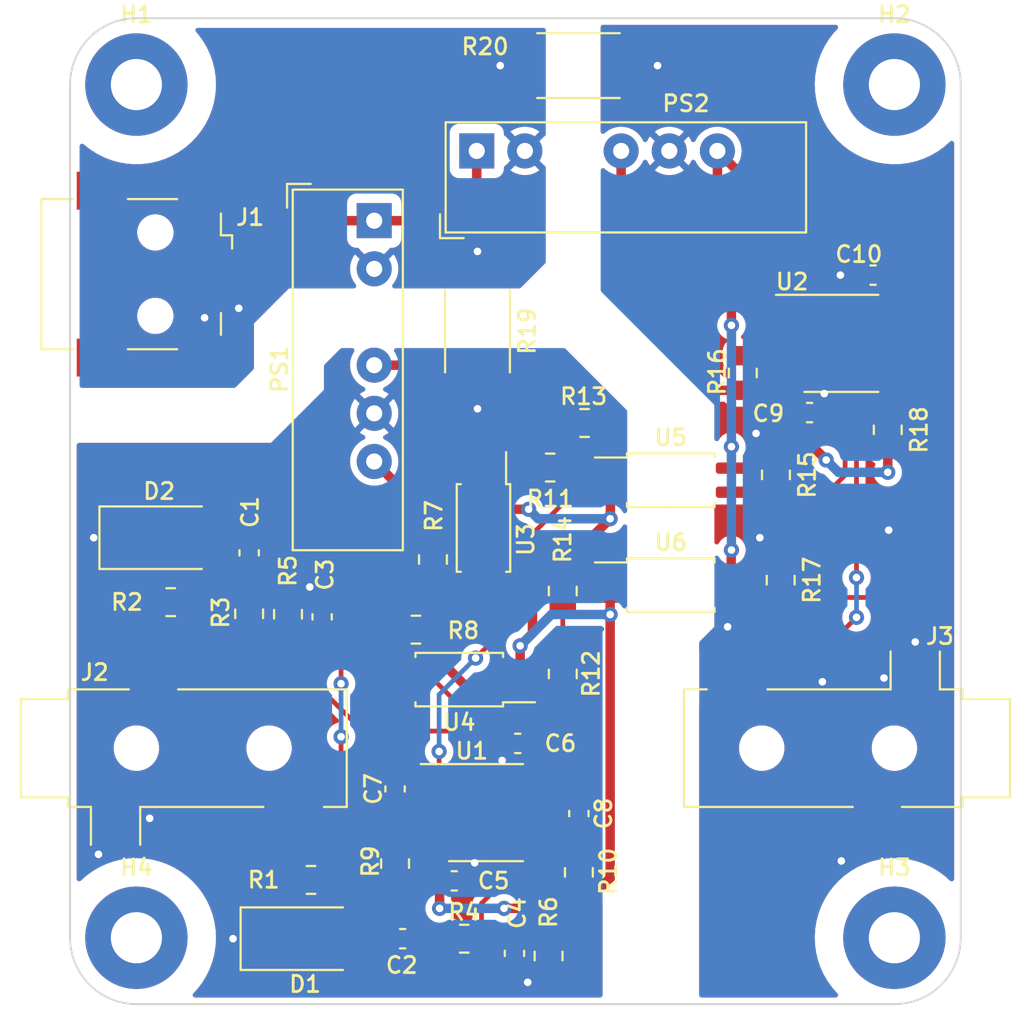
<source format=kicad_pcb>
(kicad_pcb (version 20211014) (generator pcbnew)
  (layers (0 "F.Cu" signal) (31 "B.Cu" signal) (34 "B.Paste" user) (35 "F.Paste" user) (36 "B.SilkS" user "B.Silkscreen") (37 "F.SilkS" user "F.Silkscreen") (38 "B.Mask" user) (39 "F.Mask" user) (44 "Edge.Cuts" user))
  (net 0 "")
  (net 1 "Net-(C1-Pad1)")
  (net 2 "Net-(C1-Pad2)")
  (net 3 "Net-(C2-Pad1)")
  (net 4 "Net-(C2-Pad2)")
  (net 5 "Net-(U1-Pad5)")
  (net 6 "GND")
  (net 7 "Net-(U1-Pad3)")
  (net 8 "-12V")
  (net 9 "+12V")
  (net 10 "Net-(U1-Pad1)")
  (net 11 "Net-(U1-Pad2)")
  (net 12 "Net-(U1-Pad7)")
  (net 13 "Net-(U1-Pad6)")
  (net 14 "-12VA")
  (net 15 "GNDA")
  (net 16 "+12VA")
  (net 17 "GNDD")
  (net 18 "+5V")
  (net 22 "Net-(J2-PadR)")
  (net 23 "Net-(J2-PadT)")
  (net 24 "Net-(U2-Pad6)")
  (net 25 "Net-(U2-Pad1)")
  (net 26 "Net-(R11-Pad2)")
  (net 27 "Net-(R12-Pad2)")
  (net 28 "Net-(R13-Pad2)")
  (net 29 "Net-(R14-Pad2)")
  (net 30 "Net-(U2-Pad3)")
  (net 31 "Net-(U2-Pad5)")
  (footprint "Resistor_SMD:R_0805_2012Metric" (layer "F.Cu") (at 123.65 67.85)
    (fp_text reference "R13" (at -0.05 -1.4) (layer "F.SilkS") (effects (font (size 0.85 0.85))))
    (fp_text value "2.2k")
    (pad "1" smd roundrect locked (at -0.9125 0) (size 1.025 1.4) (layers "F.Cu" "F.Paste" "F.Mask") (roundrect_rratio 0.243902) (net 10 "Net-(U1-Pad1)"))
    (pad "2" smd roundrect locked (at 0.9125 0) (size 1.025 1.4) (layers "F.Cu" "F.Paste" "F.Mask") (roundrect_rratio 0.243902) (net 28 "Net-(R13-Pad2)"))
  )
  (footprint "Package_SO:SOP-4_4.4x2.6mm_P1.27mm" (layer "F.Cu") (at 128.2 76.4)
    (fp_text reference "U6" (at 0 -2.25) (layer "F.SilkS") (effects (font (size 0.85 0.85))))
    (fp_text value "FODM217A")
    (pad "1" smd roundrect locked (at -3.1875 -0.635) (size 1.625 0.6) (layers "F.Cu" "F.Paste" "F.Mask") (net 29 "Net-(R14-Pad2)"))
    (pad "2" smd roundrect locked (at -3.1875 0.635) (size 1.625 0.6) (layers "F.Cu" "F.Paste" "F.Mask") (net 8 "-12V"))
    (pad "3" smd roundrect locked (at 3.1875 0.635) (size 1.625 0.6) (layers "F.Cu" "F.Paste" "F.Mask") (net 31 "Net-(U2-Pad5)"))
    (pad "4" smd roundrect locked (at 3.1875 -0.635) (size 1.625 0.6) (layers "F.Cu" "F.Paste" "F.Mask") (net 16 "+12VA"))
  )
  (footprint "Resistor_SMD:R_2512_6332Metric" (layer "F.Cu") (at 123.33 49)
    (fp_text reference "R20" (at -4.93 -1) (layer "F.SilkS") (effects (font (size 0.85 0.85))))
    (fp_text value "1M")
    (pad "1" smd roundrect locked (at -2.9625 0) (size 1.225 3.35) (layers "F.Cu" "F.Paste" "F.Mask") (roundrect_rratio 0.204082) (net 17 "GNDD"))
    (pad "2" smd roundrect locked (at 2.9625 0) (size 1.225 3.35) (layers "F.Cu" "F.Paste" "F.Mask") (roundrect_rratio 0.204082) (net 15 "GNDA"))
  )
  (footprint "Resistor_SMD:R_0805_2012Metric" (layer "F.Cu") (at 133.75 70.5875 -90)
    (fp_text reference "R15" (at 0 -1.65 90) (layer "F.SilkS") (effects (font (size 0.85 0.85))))
    (fp_text value "100k")
    (pad "1" smd roundrect locked (at -0.9125 0 270) (size 1.025 1.4) (layers "F.Cu" "F.Paste" "F.Mask") (roundrect_rratio 0.243902) (net 16 "+12VA"))
    (pad "2" smd roundrect locked (at 0.9125 0 270) (size 1.025 1.4) (layers "F.Cu" "F.Paste" "F.Mask") (roundrect_rratio 0.243902) (net 30 "Net-(U2-Pad3)"))
  )
  (footprint "Connector_USB:USB_Mini-B_Wuerth_65100516121_Horizontal" (layer "F.Cu") (at 101 60 -90)
    (fp_text reference "J1" (at -3 -5 180) (layer "F.SilkS") (effects (font (size 0.85 0.85))))
    (fp_text value "USB_B_Mini")
    (pad "" np_thru_hole circle locked (at 2.2 0 270) (size 0.9 0.9) (drill 0.9) (layers *.Cu *.Mask))
    (pad "" np_thru_hole circle locked (at -2.2 0 270) (size 0.9 0.9) (drill 0.9) (layers *.Cu *.Mask))
    (pad "1" smd rect locked (at -1.6 -2.6 270) (size 0.5 2.5) (layers "F.Cu" "F.Paste" "F.Mask") (net 18 "+5V"))
    (pad "2" smd rect locked (at -0.8 -2.6 270) (size 0.5 2.5) (layers "F.Cu" "F.Paste" "F.Mask"))
    (pad "3" smd rect locked (at 0 -2.6 270) (size 0.5 2.5) (layers "F.Cu" "F.Paste" "F.Mask"))
    (pad "4" smd rect locked (at 0.8 -2.6 270) (size 0.5 2.5) (layers "F.Cu" "F.Paste" "F.Mask"))
    (pad "5" smd rect locked (at 1.6 -2.6 270) (size 0.5 2.5) (layers "F.Cu" "F.Paste" "F.Mask") (net 17 "GNDD"))
    (pad "6" smd rect locked (at -4.4 -2.6 270) (size 2 2.5) (layers "F.Cu" "F.Paste" "F.Mask") (net 17 "GNDD"))
    (pad "6" smd rect locked (at -4.4 2.9 270) (size 2 2.5) (layers "F.Cu" "F.Paste" "F.Mask") (net 17 "GNDD"))
    (pad "6" smd rect locked (at 4.4 2.9 270) (size 2 2.5) (layers "F.Cu" "F.Paste" "F.Mask") (net 17 "GNDD"))
    (pad "6" smd rect locked (at 4.4 -2.6 270) (size 2 2.5) (layers "F.Cu" "F.Paste" "F.Mask") (net 17 "GNDD"))
  )
  (footprint "Resistor_SMD:R_0805_2012Metric" (layer "F.Cu") (at 134 76.1375 -90)
    (fp_text reference "R17" (at 0 -1.65 90) (layer "F.SilkS") (effects (font (size 0.85 0.85))))
    (fp_text value "100k")
    (pad "1" smd roundrect locked (at -0.9125 0 270) (size 1.025 1.4) (layers "F.Cu" "F.Paste" "F.Mask") (roundrect_rratio 0.243902) (net 16 "+12VA"))
    (pad "2" smd roundrect locked (at 0.9125 0 270) (size 1.025 1.4) (layers "F.Cu" "F.Paste" "F.Mask") (roundrect_rratio 0.243902) (net 31 "Net-(U2-Pad5)"))
  )
  (footprint "Resistor_SMD:R_0805_2012Metric" (layer "F.Cu") (at 109.2125 91.95)
    (fp_text reference "R1" (at -2.5 0) (layer "F.SilkS") (effects (font (size 0.85 0.85))))
    (fp_text value "47")
    (pad "1" smd roundrect locked (at -0.9125 0) (size 1.025 1.4) (layers "F.Cu" "F.Paste" "F.Mask") (roundrect_rratio 0.243902) (net 23 "Net-(J2-PadT)"))
    (pad "2" smd roundrect locked (at 0.9125 0) (size 1.025 1.4) (layers "F.Cu" "F.Paste" "F.Mask") (roundrect_rratio 0.243902) (net 3 "Net-(C2-Pad1)"))
  )
  (footprint "Resistor_SMD:R_0805_2012Metric" (layer "F.Cu") (at 105.95 77.9125 -90)
    (fp_text reference "R3" (at -0.0625 1.5 90) (layer "F.SilkS") (effects (font (size 0.85 0.85))))
    (fp_text value "10k")
    (pad "1" smd roundrect locked (at -0.9125 0 270) (size 1.025 1.4) (layers "F.Cu" "F.Paste" "F.Mask") (roundrect_rratio 0.243902) (net 2 "Net-(C1-Pad2)"))
    (pad "2" smd roundrect locked (at 0.9125 0 270) (size 1.025 1.4) (layers "F.Cu" "F.Paste" "F.Mask") (roundrect_rratio 0.243902) (net 5 "Net-(U1-Pad5)"))
  )
  (footprint "Resistor_SMD:R_0805_2012Metric" (layer "F.Cu") (at 121.8375 70.2 180)
    (fp_text reference "R11" (at 0 -1.65) (layer "F.SilkS") (effects (font (size 0.85 0.85))))
    (fp_text value "2.2k")
    (pad "1" smd roundrect locked (at -0.9125 0 180) (size 1.025 1.4) (layers "F.Cu" "F.Paste" "F.Mask") (roundrect_rratio 0.243902) (net 10 "Net-(U1-Pad1)"))
    (pad "2" smd roundrect locked (at 0.9125 0 180) (size 1.025 1.4) (layers "F.Cu" "F.Paste" "F.Mask") (roundrect_rratio 0.243902) (net 26 "Net-(R11-Pad2)"))
  )
  (footprint "Capacitor_SMD:C_0603_1608Metric" (layer "F.Cu") (at 123.35 88.45 -90)
    (fp_text reference "C8" (at 0 -1.3 90) (layer "F.SilkS") (effects (font (size 0.85 0.85))))
    (fp_text value "1000pF")
    (pad "1" smd roundrect locked (at -0.775 0 270) (size 0.9 0.95) (layers "F.Cu" "F.Paste" "F.Mask") (net 12 "Net-(U1-Pad7)"))
    (pad "2" smd roundrect locked (at 0.775 0 270) (size 0.9 0.95) (layers "F.Cu" "F.Paste" "F.Mask") (net 13 "Net-(U1-Pad6)"))
  )
  (footprint "Converter_DCDC:Converter_DCDC_XP_POWER-IAxxxxS_THT" (layer "F.Cu") (at 112.55 57.18)
    (fp_text reference "PS1" (at -5 7.8325 90) (layer "F.SilkS") (effects (font (size 0.85 0.85))))
    (fp_text value "IA0512S")
    (pad "1" thru_hole rect locked (at 0 0) (size 1.85 1.85) (drill 0.85) (layers *.Cu *.Mask) (net 18 "+5V"))
    (pad "2" thru_hole circle locked (at 0 2.54) (size 1.85 1.85) (drill 0.85) (layers *.Cu *.Mask) (net 17 "GNDD"))
    (pad "4" thru_hole circle locked (at 0 7.62) (size 1.85 1.85) (drill 0.85) (layers *.Cu *.Mask) (net 8 "-12V"))
    (pad "5" thru_hole circle locked (at 0 10.16) (size 1.85 1.85) (drill 0.85) (layers *.Cu *.Mask) (net 6 "GND"))
    (pad "6" thru_hole circle locked (at 0 12.7) (size 1.85 1.85) (drill 0.85) (layers *.Cu *.Mask) (net 9 "+12V"))
  )
  (footprint "Package_SO:SOP-4_4.4x2.6mm_P1.27mm" (layer "F.Cu") (at 117.0375 81.385 180)
    (fp_text reference "U4" (at 0 -2.25) (layer "F.SilkS") (effects (font (size 0.85 0.85))))
    (fp_text value "FODM217A")
    (pad "1" smd roundrect locked (at -3.1875 -0.635 180) (size 1.625 0.6) (layers "F.Cu" "F.Paste" "F.Mask") (net 27 "Net-(R12-Pad2)"))
    (pad "2" smd roundrect locked (at -3.1875 0.635 180) (size 1.625 0.6) (layers "F.Cu" "F.Paste" "F.Mask") (net 8 "-12V"))
    (pad "3" smd roundrect locked (at 3.1875 0.635 180) (size 1.625 0.6) (layers "F.Cu" "F.Paste" "F.Mask") (net 13 "Net-(U1-Pad6)"))
    (pad "4" smd roundrect locked (at 3.1875 -0.635 180) (size 1.625 0.6) (layers "F.Cu" "F.Paste" "F.Mask") (net 9 "+12V"))
  )
  (footprint "MountingHole:MountingHole_2.7mm_M2.5_Pad" (layer "F.Cu") (at 140 50)
    (fp_text reference "H2" (at 0 -3.7) (layer "F.SilkS") (effects (font (size 0.85 0.85))))
    (fp_text value "M2.5")
    (pad "1" thru_hole circle locked (at 0 0) (size 5.4 5.4) (drill 2.7) (layers *.Cu *.Mask))
  )
  (footprint "Capacitor_SMD:C_0603_1608Metric" (layer "F.Cu") (at 113.65 87.15 -90)
    (fp_text reference "C7" (at 0 1.15 90) (layer "F.SilkS") (effects (font (size 0.85 0.85))))
    (fp_text value "1000pF")
    (pad "1" smd roundrect locked (at -0.775 0 270) (size 0.9 0.95) (layers "F.Cu" "F.Paste" "F.Mask") (net 10 "Net-(U1-Pad1)"))
    (pad "2" smd roundrect locked (at 0.775 0 270) (size 0.9 0.95) (layers "F.Cu" "F.Paste" "F.Mask") (net 11 "Net-(U1-Pad2)"))
  )
  (footprint "Resistor_SMD:R_0805_2012Metric" (layer "F.Cu") (at 123.35 91.55 -90)
    (fp_text reference "R10" (at -0.05 -1.55 90) (layer "F.SilkS") (effects (font (size 0.85 0.85))))
    (fp_text value "4.7k")
    (pad "1" smd roundrect locked (at -0.9125 0 270) (size 1.025 1.4) (layers "F.Cu" "F.Paste" "F.Mask") (roundrect_rratio 0.243902) (net 13 "Net-(U1-Pad6)"))
    (pad "2" smd roundrect locked (at 0.9125 0 270) (size 1.025 1.4) (layers "F.Cu" "F.Paste" "F.Mask") (roundrect_rratio 0.243902) (net 8 "-12V"))
  )
  (footprint "Resistor_SMD:R_0805_2012Metric" (layer "F.Cu") (at 108 77.9375 90)
    (fp_text reference "R5" (at 2.2875 0 90) (layer "F.SilkS") (effects (font (size 0.85 0.85))))
    (fp_text value "220k")
    (pad "1" smd roundrect locked (at -0.9125 0 90) (size 1.025 1.4) (layers "F.Cu" "F.Paste" "F.Mask") (roundrect_rratio 0.243902) (net 5 "Net-(U1-Pad5)"))
    (pad "2" smd roundrect locked (at 0.9125 0 90) (size 1.025 1.4) (layers "F.Cu" "F.Paste" "F.Mask") (roundrect_rratio 0.243902) (net 6 "GND"))
  )
  (footprint "Capacitor_SMD:C_0603_1608Metric" (layer "F.Cu") (at 109.8 78.075 90)
    (fp_text reference "C3" (at 2.225 0.15 90) (layer "F.SilkS") (effects (font (size 0.85 0.85))))
    (fp_text value "1000pF")
    (pad "1" smd roundrect locked (at -0.775 0 90) (size 0.9 0.95) (layers "F.Cu" "F.Paste" "F.Mask") (net 5 "Net-(U1-Pad5)"))
    (pad "2" smd roundrect locked (at 0.775 0 90) (size 0.9 0.95) (layers "F.Cu" "F.Paste" "F.Mask") (net 6 "GND"))
  )
  (footprint "Capacitor_SMD:C_0603_1608Metric" (layer "F.Cu") (at 105.95 74.7 -90)
    (fp_text reference "C1" (at -2.15 -0.05 90) (layer "F.SilkS") (effects (font (size 0.85 0.85))))
    (fp_text value "0.1uF")
    (pad "1" smd roundrect locked (at -0.775 0 270) (size 0.9 0.95) (layers "F.Cu" "F.Paste" "F.Mask") (net 1 "Net-(C1-Pad1)"))
    (pad "2" smd roundrect locked (at 0.775 0 270) (size 0.9 0.95) (layers "F.Cu" "F.Paste" "F.Mask") (net 2 "Net-(C1-Pad2)"))
  )
  (footprint "Package_SO:SOIC-8_3.9x4.9mm_P1.27mm" (layer "F.Cu") (at 118.45 88.4)
    (fp_text reference "U1" (at -0.75 -3.25) (layer "F.SilkS") (effects (font (size 0.85 0.85))))
    (fp_text value "TL072")
    (pad "1" smd roundrect locked (at -2.475 -1.905) (size 1.95 0.6) (layers "F.Cu" "F.Paste" "F.Mask") (net 10 "Net-(U1-Pad1)"))
    (pad "2" smd roundrect locked (at -2.475 -0.635) (size 1.95 0.6) (layers "F.Cu" "F.Paste" "F.Mask") (net 11 "Net-(U1-Pad2)"))
    (pad "3" smd roundrect locked (at -2.475 0.635) (size 1.95 0.6) (layers "F.Cu" "F.Paste" "F.Mask") (net 7 "Net-(U1-Pad3)"))
    (pad "4" smd roundrect locked (at -2.475 1.905) (size 1.95 0.6) (layers "F.Cu" "F.Paste" "F.Mask") (net 8 "-12V"))
    (pad "5" smd roundrect locked (at 2.475 1.905) (size 1.95 0.6) (layers "F.Cu" "F.Paste" "F.Mask") (net 5 "Net-(U1-Pad5)"))
    (pad "6" smd roundrect locked (at 2.475 0.635) (size 1.95 0.6) (layers "F.Cu" "F.Paste" "F.Mask") (net 13 "Net-(U1-Pad6)"))
    (pad "7" smd roundrect locked (at 2.475 -0.635) (size 1.95 0.6) (layers "F.Cu" "F.Paste" "F.Mask") (net 12 "Net-(U1-Pad7)"))
    (pad "8" smd roundrect locked (at 2.475 -1.905) (size 1.95 0.6) (layers "F.Cu" "F.Paste" "F.Mask") (net 9 "+12V"))
  )
  (footprint "Resistor_SMD:R_0805_2012Metric" (layer "F.Cu") (at 122.5 76.7125 90)
    (fp_text reference "R14" (at 2.7125 0 90) (layer "F.SilkS") (effects (font (size 0.85 0.85))))
    (fp_text value "2.2k")
    (pad "1" smd roundrect locked (at -0.9125 0 90) (size 1.025 1.4) (layers "F.Cu" "F.Paste" "F.Mask") (roundrect_rratio 0.243902) (net 12 "Net-(U1-Pad7)"))
    (pad "2" smd roundrect locked (at 0.9125 0 90) (size 1.025 1.4) (layers "F.Cu" "F.Paste" "F.Mask") (roundrect_rratio 0.243902) (net 29 "Net-(R14-Pad2)"))
  )
  (footprint "Diode_SMD:D_SMA" (layer "F.Cu") (at 108.9 95.05)
    (fp_text reference "D1" (at 0 2.4) (layer "F.SilkS") (effects (font (size 0.85 0.85))))
    (fp_text value "SMAJ11CA-13-F")
    (pad "1" smd rect locked (at -2 0) (size 2.5 1.8) (layers "F.Cu" "F.Paste" "F.Mask") (net 6 "GND"))
    (pad "2" smd rect locked (at 2 0) (size 2.5 1.8) (layers "F.Cu" "F.Paste" "F.Mask") (net 3 "Net-(C2-Pad1)"))
  )
  (footprint "Package_SO:SOP-4_4.4x2.6mm_P1.27mm" (layer "F.Cu") (at 118.315 73.3875 -90)
    (fp_text reference "U3" (at 0.6125 -2.235 90) (layer "F.SilkS") (effects (font (size 0.85 0.85))))
    (fp_text value "FODM217A")
    (pad "1" smd roundrect locked (at -3.1875 -0.635 270) (size 1.625 0.6) (layers "F.Cu" "F.Paste" "F.Mask") (net 26 "Net-(R11-Pad2)"))
    (pad "2" smd roundrect locked (at -3.1875 0.635 270) (size 1.625 0.6) (layers "F.Cu" "F.Paste" "F.Mask") (net 8 "-12V"))
    (pad "3" smd roundrect locked (at 3.1875 0.635 270) (size 1.625 0.6) (layers "F.Cu" "F.Paste" "F.Mask") (net 11 "Net-(U1-Pad2)"))
    (pad "4" smd roundrect locked (at 3.1875 -0.635 270) (size 1.625 0.6) (layers "F.Cu" "F.Paste" "F.Mask") (net 9 "+12V"))
  )
  (footprint "Package_SO:SOIC-8_3.9x4.9mm_P1.27mm" (layer "F.Cu") (at 137.2 63.65)
    (fp_text reference "U2" (at -2.6 -3.25) (layer "F.SilkS") (effects (font (size 0.85 0.85))))
    (fp_text value "TL072")
    (pad "1" smd roundrect locked (at -2.475 -1.905) (size 1.95 0.6) (layers "F.Cu" "F.Paste" "F.Mask") (net 25 "Net-(U2-Pad1)"))
    (pad "2" smd roundrect locked (at -2.475 -0.635) (size 1.95 0.6) (layers "F.Cu" "F.Paste" "F.Mask") (net 25 "Net-(U2-Pad1)"))
    (pad "3" smd roundrect locked (at -2.475 0.635) (size 1.95 0.6) (layers "F.Cu" "F.Paste" "F.Mask") (net 30 "Net-(U2-Pad3)"))
    (pad "4" smd roundrect locked (at -2.475 1.905) (size 1.95 0.6) (layers "F.Cu" "F.Paste" "F.Mask") (net 14 "-12VA"))
    (pad "5" smd roundrect locked (at 2.475 1.905) (size 1.95 0.6) (layers "F.Cu" "F.Paste" "F.Mask") (net 31 "Net-(U2-Pad5)"))
    (pad "6" smd roundrect locked (at 2.475 0.635) (size 1.95 0.6) (layers "F.Cu" "F.Paste" "F.Mask") (net 24 "Net-(U2-Pad6)"))
    (pad "7" smd roundrect locked (at 2.475 -0.635) (size 1.95 0.6) (layers "F.Cu" "F.Paste" "F.Mask") (net 24 "Net-(U2-Pad6)"))
    (pad "8" smd roundrect locked (at 2.475 -1.905) (size 1.95 0.6) (layers "F.Cu" "F.Paste" "F.Mask") (net 16 "+12VA"))
  )
  (footprint "Capacitor_SMD:C_0603_1608Metric" (layer "F.Cu") (at 116.775 92)
    (fp_text reference "C5" (at 2.075 0) (layer "F.SilkS") (effects (font (size 0.85 0.85))))
    (fp_text value "0.1uF")
    (pad "1" smd roundrect locked (at -0.775 0) (size 0.9 0.95) (layers "F.Cu" "F.Paste" "F.Mask") (net 8 "-12V"))
    (pad "2" smd roundrect locked (at 0.775 0) (size 0.9 0.95) (layers "F.Cu" "F.Paste" "F.Mask") (net 6 "GND"))
  )
  (footprint "Connector_Audio:Jack_3.5mm_CUI_SJ-3523-SMT_Horizontal" (layer "F.Cu") (at 137.5 85 -90)
    (fp_text reference "J3" (at -5.9 -4.9 180) (layer "F.SilkS") (effects (font (size 0.85 0.85))))
    (fp_text value "SJ-3523-SMT-TR")
    (pad "" np_thru_hole circle locked (at 0 4.5 270) (size 1.7 1.7) (drill 1.7) (layers *.Cu *.Mask))
    (pad "" np_thru_hole circle locked (at 0 -2.5 270) (size 1.7 1.7) (drill 1.7) (layers *.Cu *.Mask))
    (pad "R" smd rect locked (at 3.7 -1.6 270) (size 2.8 2.2) (layers "F.Cu" "F.Paste" "F.Mask") (net 24 "Net-(U2-Pad6)"))
    (pad "S" smd rect locked (at -3.7 -3.6 270) (size 2.8 2.2) (layers "F.Cu" "F.Paste" "F.Mask") (net 15 "GNDA"))
    (pad "T" smd rect locked (at -3.7 5.8 270) (size 2.8 2.8) (layers "F.Cu" "F.Paste" "F.Mask") (net 25 "Net-(U2-Pad1)"))
  )
  (footprint "Package_SO:SOP-4_4.4x2.6mm_P1.27mm" (layer "F.Cu") (at 128.2 70.865)
    (fp_text reference "U5" (at 0 -2.25) (layer "F.SilkS") (effects (font (size 0.85 0.85))))
    (fp_text value "FODM217A")
    (pad "1" smd roundrect locked (at -3.1875 -0.635) (size 1.625 0.6) (layers "F.Cu" "F.Paste" "F.Mask") (net 28 "Net-(R13-Pad2)"))
    (pad "2" smd roundrect locked (at -3.1875 0.635) (size 1.625 0.6) (layers "F.Cu" "F.Paste" "F.Mask") (net 8 "-12V"))
    (pad "3" smd roundrect locked (at 3.1875 0.635) (size 1.625 0.6) (layers "F.Cu" "F.Paste" "F.Mask") (net 30 "Net-(U2-Pad3)"))
    (pad "4" smd roundrect locked (at 3.1875 -0.635) (size 1.625 0.6) (layers "F.Cu" "F.Paste" "F.Mask") (net 16 "+12VA"))
  )
  (footprint "Resistor_SMD:R_0805_2012Metric" (layer "F.Cu") (at 117.3 95.05)
    (fp_text reference "R4" (at 0 -1.4) (layer "F.SilkS") (effects (font (size 0.85 0.85))))
    (fp_text value "10k")
    (pad "1" smd roundrect locked (at -0.9125 0) (size 1.025 1.4) (layers "F.Cu" "F.Paste" "F.Mask") (roundrect_rratio 0.243902) (net 4 "Net-(C2-Pad2)"))
    (pad "2" smd roundrect locked (at 0.9125 0) (size 1.025 1.4) (layers "F.Cu" "F.Paste" "F.Mask") (roundrect_rratio 0.243902) (net 7 "Net-(U1-Pad3)"))
  )
  (footprint "Resistor_SMD:R_0805_2012Metric" (layer "F.Cu") (at 114.75 78.75 180)
    (fp_text reference "R8" (at -2.5 -0.05) (layer "F.SilkS") (effects (font (size 0.85 0.85))))
    (fp_text value "100k")
    (pad "1" smd roundrect locked (at -0.9125 0 180) (size 1.025 1.4) (layers "F.Cu" "F.Paste" "F.Mask") (roundrect_rratio 0.243902) (net 9 "+12V"))
    (pad "2" smd roundrect locked (at 0.9125 0 180) (size 1.025 1.4) (layers "F.Cu" "F.Paste" "F.Mask") (roundrect_rratio 0.243902) (net 13 "Net-(U1-Pad6)"))
  )
  (footprint "Diode_SMD:D_SMA" (layer "F.Cu") (at 101.45 73.9)
    (fp_text reference "D2" (at -0.25 -2.45) (layer "F.SilkS") (effects (font (size 0.85 0.85))))
    (fp_text value "SMAJ11CA-13-F")
    (pad "1" smd rect locked (at -2 0) (size 2.5 1.8) (layers "F.Cu" "F.Paste" "F.Mask") (net 6 "GND"))
    (pad "2" smd rect locked (at 2 0) (size 2.5 1.8) (layers "F.Cu" "F.Paste" "F.Mask") (net 1 "Net-(C1-Pad1)"))
  )
  (footprint "Resistor_SMD:R_0805_2012Metric" (layer "F.Cu") (at 115.65 75.05 -90)
    (fp_text reference "R7" (at -2.3 -0.05 90) (layer "F.SilkS") (effects (font (size 0.85 0.85))))
    (fp_text value "100k")
    (pad "1" smd roundrect locked (at -0.9125 0 270) (size 1.025 1.4) (layers "F.Cu" "F.Paste" "F.Mask") (roundrect_rratio 0.243902) (net 9 "+12V"))
    (pad "2" smd roundrect locked (at 0.9125 0 270) (size 1.025 1.4) (layers "F.Cu" "F.Paste" "F.Mask") (roundrect_rratio 0.243902) (net 11 "Net-(U1-Pad2)"))
  )
  (footprint "Resistor_SMD:R_0805_2012Metric" (layer "F.Cu") (at 122.5 81.0875 -90)
    (fp_text reference "R12" (at -0.0125 -1.5 90) (layer "F.SilkS") (effects (font (size 0.85 0.85))))
    (fp_text value "2.2k")
    (pad "1" smd roundrect locked (at -0.9125 0 270) (size 1.025 1.4) (layers "F.Cu" "F.Paste" "F.Mask") (roundrect_rratio 0.243902) (net 12 "Net-(U1-Pad7)"))
    (pad "2" smd roundrect locked (at 0.9125 0 270) (size 1.025 1.4) (layers "F.Cu" "F.Paste" "F.Mask") (roundrect_rratio 0.243902) (net 27 "Net-(R12-Pad2)"))
  )
  (footprint "Resistor_SMD:R_0805_2012Metric" (layer "F.Cu") (at 139.65 68.2125 -90)
    (fp_text reference "R18" (at 0 -1.65 90) (layer "F.SilkS") (effects (font (size 0.85 0.85))))
    (fp_text value "4.7k")
    (pad "1" smd roundrect locked (at -0.9125 0 270) (size 1.025 1.4) (layers "F.Cu" "F.Paste" "F.Mask") (roundrect_rratio 0.243902) (net 31 "Net-(U2-Pad5)"))
    (pad "2" smd roundrect locked (at 0.9125 0 270) (size 1.025 1.4) (layers "F.Cu" "F.Paste" "F.Mask") (roundrect_rratio 0.243902) (net 14 "-12VA"))
  )
  (footprint "Capacitor_SMD:C_0603_1608Metric" (layer "F.Cu") (at 119.95 95.825 -90)
    (fp_text reference "C4" (at -2.125 -0.15 90) (layer "F.SilkS") (effects (font (size 0.85 0.85))))
    (fp_text value "1000pF")
    (pad "1" smd roundrect locked (at -0.775 0 270) (size 0.9 0.95) (layers "F.Cu" "F.Paste" "F.Mask") (net 7 "Net-(U1-Pad3)"))
    (pad "2" smd roundrect locked (at 0.775 0 270) (size 0.9 0.95) (layers "F.Cu" "F.Paste" "F.Mask") (net 6 "GND"))
  )
  (footprint "Capacitor_SMD:C_0603_1608Metric" (layer "F.Cu") (at 114.05 95.05)
    (fp_text reference "C2" (at -0.05 1.4) (layer "F.SilkS") (effects (font (size 0.85 0.85))))
    (fp_text value "0.1uF")
    (pad "1" smd roundrect locked (at -0.775 0) (size 0.9 0.95) (layers "F.Cu" "F.Paste" "F.Mask") (net 3 "Net-(C2-Pad1)"))
    (pad "2" smd roundrect locked (at 0.775 0) (size 0.9 0.95) (layers "F.Cu" "F.Paste" "F.Mask") (net 4 "Net-(C2-Pad2)"))
  )
  (footprint "Resistor_SMD:R_0805_2012Metric" (layer "F.Cu") (at 132 65.2125 -90)
    (fp_text reference "R16" (at -0.0625 1.35 90) (layer "F.SilkS") (effects (font (size 0.85 0.85))))
    (fp_text value "4.7k")
    (pad "1" smd roundrect locked (at -0.9125 0 270) (size 1.025 1.4) (layers "F.Cu" "F.Paste" "F.Mask") (roundrect_rratio 0.243902) (net 30 "Net-(U2-Pad3)"))
    (pad "2" smd roundrect locked (at 0.9125 0 270) (size 1.025 1.4) (layers "F.Cu" "F.Paste" "F.Mask") (roundrect_rratio 0.243902) (net 14 "-12VA"))
  )
  (footprint "MountingHole:MountingHole_2.7mm_M2.5_Pad" (layer "F.Cu") (at 140 95)
    (fp_text reference "H3" (at 0 -3.7) (layer "F.SilkS") (effects (font (size 0.85 0.85))))
    (fp_text value "M2.5")
    (pad "1" thru_hole circle locked (at 0 0) (size 5.4 5.4) (drill 2.7) (layers *.Cu *.Mask))
  )
  (footprint "MountingHole:MountingHole_2.7mm_M2.5_Pad" (layer "F.Cu") (at 100 95)
    (fp_text reference "H4" (at 0 -3.7) (layer "F.SilkS") (effects (font (size 0.85 0.85))))
    (fp_text value "M2.5")
    (pad "1" thru_hole circle locked (at 0 0) (size 5.4 5.4) (drill 2.7) (layers *.Cu *.Mask))
  )
  (footprint "Resistor_SMD:R_2512_6332Metric" (layer "F.Cu") (at 118 63 -90)
    (fp_text reference "R19" (at 0 -2.62 90) (layer "F.SilkS") (effects (font (size 0.85 0.85))))
    (fp_text value "1M")
    (pad "1" smd roundrect locked (at -2.9625 0 270) (size 1.225 3.35) (layers "F.Cu" "F.Paste" "F.Mask") (roundrect_rratio 0.204082) (net 17 "GNDD"))
    (pad "2" smd roundrect locked (at 2.9625 0 270) (size 1.225 3.35) (layers "F.Cu" "F.Paste" "F.Mask") (roundrect_rratio 0.204082) (net 6 "GND"))
  )
  (footprint "Capacitor_SMD:C_0603_1608Metric" (layer "F.Cu") (at 120.125 84.75 180)
    (fp_text reference "C6" (at -2.25 0) (layer "F.SilkS") (effects (font (size 0.85 0.85))))
    (fp_text value "0.1uF")
    (pad "1" smd roundrect locked (at -0.775 0 180) (size 0.9 0.95) (layers "F.Cu" "F.Paste" "F.Mask") (net 9 "+12V"))
    (pad "2" smd roundrect locked (at 0.775 0 180) (size 0.9 0.95) (layers "F.Cu" "F.Paste" "F.Mask") (net 6 "GND"))
  )
  (footprint "Resistor_SMD:R_0805_2012Metric" (layer "F.Cu") (at 113.65 91.0875 -90)
    (fp_text reference "R9" (at -0.1125 1.3 90) (layer "F.SilkS") (effects (font (size 0.85 0.85))))
    (fp_text value "4.7k")
    (pad "1" smd roundrect locked (at -0.9125 0 270) (size 1.025 1.4) (layers "F.Cu" "F.Paste" "F.Mask") (roundrect_rratio 0.243902) (net 11 "Net-(U1-Pad2)"))
    (pad "2" smd roundrect locked (at 0.9125 0 270) (size 1.025 1.4) (layers "F.Cu" "F.Paste" "F.Mask") (roundrect_rratio 0.243902) (net 8 "-12V"))
  )
  (footprint "Converter_DCDC:Converter_DCDC_XP_POWER-IAxxxxS_THT" (layer "F.Cu") (at 117.96 53.5 90)
    (fp_text reference "PS2" (at 2.5 11.04 180) (layer "F.SilkS") (effects (font (size 0.85 0.85))))
    (fp_text value "IA0512S")
    (pad "1" thru_hole rect locked (at 0 0 90) (size 1.85 1.85) (drill 0.85) (layers *.Cu *.Mask) (net 18 "+5V"))
    (pad "2" thru_hole circle locked (at 0 2.54 90) (size 1.85 1.85) (drill 0.85) (layers *.Cu *.Mask) (net 17 "GNDD"))
    (pad "4" thru_hole circle locked (at 0 7.62 90) (size 1.85 1.85) (drill 0.85) (layers *.Cu *.Mask) (net 14 "-12VA"))
    (pad "5" thru_hole circle locked (at 0 10.16 90) (size 1.85 1.85) (drill 0.85) (layers *.Cu *.Mask) (net 15 "GNDA"))
    (pad "6" thru_hole circle locked (at 0 12.7 90) (size 1.85 1.85) (drill 0.85) (layers *.Cu *.Mask) (net 16 "+12VA"))
  )
  (footprint "Resistor_SMD:R_0805_2012Metric" (layer "F.Cu") (at 121.75 95.9625 -90)
    (fp_text reference "R6" (at -2.3125 0 90) (layer "F.SilkS") (effects (font (size 0.85 0.85))))
    (fp_text value "220k")
    (pad "1" smd roundrect locked (at -0.9125 0 270) (size 1.025 1.4) (layers "F.Cu" "F.Paste" "F.Mask") (roundrect_rratio 0.243902) (net 7 "Net-(U1-Pad3)"))
    (pad "2" smd roundrect locked (at 0.9125 0 270) (size 1.025 1.4) (layers "F.Cu" "F.Paste" "F.Mask") (roundrect_rratio 0.243902) (net 6 "GND"))
  )
  (footprint "Connector_Audio:Jack_3.5mm_CUI_SJ-3523-SMT_Horizontal" (layer "F.Cu") (at 102.5 85 90)
    (fp_text reference "J2" (at 4 -4.7 180) (layer "F.SilkS") (effects (font (size 0.85 0.85))))
    (fp_text value "SJ-3523-SMT-TR")
    (pad "" np_thru_hole circle locked (at 0 4.5 90) (size 1.7 1.7) (drill 1.7) (layers *.Cu *.Mask))
    (pad "" np_thru_hole circle locked (at 0 -2.5 90) (size 1.7 1.7) (drill 1.7) (layers *.Cu *.Mask))
    (pad "R" smd rect locked (at 3.7 -1.6 90) (size 2.8 2.2) (layers "F.Cu" "F.Paste" "F.Mask") (net 22 "Net-(J2-PadR)"))
    (pad "S" smd rect locked (at -3.7 -3.6 90) (size 2.8 2.2) (layers "F.Cu" "F.Paste" "F.Mask") (net 6 "GND"))
    (pad "T" smd rect locked (at -3.7 5.8 90) (size 2.8 2.8) (layers "F.Cu" "F.Paste" "F.Mask") (net 23 "Net-(J2-PadT)"))
  )
  (footprint "Capacitor_SMD:C_0603_1608Metric" (layer "F.Cu") (at 138.875 60.05 180)
    (fp_text reference "C10" (at 0.75 1.1) (layer "F.SilkS") (effects (font (size 0.85 0.85))))
    (fp_text value "0.1uF")
    (pad "1" smd roundrect locked (at -0.775 0 180) (size 0.9 0.95) (layers "F.Cu" "F.Paste" "F.Mask") (net 16 "+12VA"))
    (pad "2" smd roundrect locked (at 0.775 0 180) (size 0.9 0.95) (layers "F.Cu" "F.Paste" "F.Mask") (net 15 "GNDA"))
  )
  (footprint "MountingHole:MountingHole_2.7mm_M2.5_Pad" (layer "F.Cu") (at 100 50)
    (fp_text reference "H1" (at 0 -3.7) (layer "F.SilkS") (effects (font (size 0.85 0.85))))
    (fp_text value "M2.5")
    (pad "1" thru_hole circle locked (at 0 0) (size 5.4 5.4) (drill 2.7) (layers *.Cu *.Mask))
  )
  (footprint "Capacitor_SMD:C_0603_1608Metric" (layer "F.Cu") (at 135.525 67.3)
    (fp_text reference "C9" (at -2.175 0.05) (layer "F.SilkS") (effects (font (size 0.85 0.85))))
    (fp_text value "0.1uF")
    (pad "1" smd roundrect locked (at -0.775 0) (size 0.9 0.95) (layers "F.Cu" "F.Paste" "F.Mask") (net 14 "-12VA"))
    (pad "2" smd roundrect locked (at 0.775 0) (size 0.9 0.95) (layers "F.Cu" "F.Paste" "F.Mask") (net 15 "GNDA"))
  )
  (footprint "Resistor_SMD:R_0805_2012Metric" (layer "F.Cu") (at 101.8125 77.3)
    (fp_text reference "R2" (at -2.3125 0) (layer "F.SilkS") (effects (font (size 0.85 0.85))))
    (fp_text value "47")
    (pad "1" smd roundrect locked (at -0.9125 0) (size 1.025 1.4) (layers "F.Cu" "F.Paste" "F.Mask") (roundrect_rratio 0.243902) (net 22 "Net-(J2-PadR)"))
    (pad "2" smd roundrect locked (at 0.9125 0) (size 1.025 1.4) (layers "F.Cu" "F.Paste" "F.Mask") (roundrect_rratio 0.243902) (net 1 "Net-(C1-Pad1)"))
  )
  (gr_line (start 100 46.5) (end 140 46.5) (layer "Edge.Cuts") (width 0.1))
  (gr_arc (start 140 46.5) (mid 142.474874 47.525126) (end 143.5 50) (layer "Edge.Cuts") (width 0.1))
  (gr_arc (start 143.5 95) (mid 142.474874 97.474874) (end 140 98.5) (layer "Edge.Cuts") (width 0.1))
  (gr_arc (start 96.5 50) (mid 97.525126 47.525126) (end 100 46.5) (layer "Edge.Cuts") (width 0.1))
  (gr_arc (start 100 98.5) (mid 97.525126 97.474874) (end 96.5 95) (layer "Edge.Cuts") (width 0.1))
  (gr_line (start 96.5 50) (end 96.5 95) (layer "Edge.Cuts") (width 0.1))
  (gr_line (start 143.5 50) (end 143.5 95) (layer "Edge.Cuts") (width 0.1))
  (gr_line (start 140 98.5) (end 100 98.5) (layer "Edge.Cuts") (width 0.1))
  (segment (start 103.45 73.9) (end 103.45 75.3) (width 0.25) (layer "F.Cu") (net 1))
  (segment (start 103.45 73.9) (end 105.925 73.9) (width 0.25) (layer "F.Cu") (net 1))
  (segment (start 105.925 73.9) (end 105.95 73.925) (width 0.25) (layer "F.Cu") (net 1))
  (segment (start 102.725 76.025) (end 102.725 77.3) (width 0.25) (layer "F.Cu") (net 1))
  (segment (start 103.45 75.3) (end 102.725 76.025) (width 0.25) (layer "F.Cu") (net 1))
  (segment (start 105.95 75.475) (end 105.95 77) (width 0.25) (layer "F.Cu") (net 2))
  (segment (start 110.125 91.95) (end 110.125 92.125) (width 0.25) (layer "F.Cu") (net 3))
  (segment (start 110.9 95.05) (end 113.275 95.05) (width 0.25) (layer "F.Cu") (net 3))
  (segment (start 110.9 92.9) (end 110.9 95.05) (width 0.25) (layer "F.Cu") (net 3))
  (segment (start 110.125 92.125) (end 110.9 92.9) (width 0.25) (layer "F.Cu") (net 3))
  (segment (start 114.825 95.05) (end 116.3875 95.05) (width 0.25) (layer "F.Cu") (net 4))
  (segment (start 109.775 78.825) (end 109.8 78.85) (width 0.25) (layer "F.Cu") (net 5))
  (segment (start 109.8 81.95) (end 111.95 84.1) (width 0.25) (layer "F.Cu") (net 5))
  (segment (start 116.6 84.1) (end 117.6 85.1) (width 0.25) (layer "F.Cu") (net 5))
  (segment (start 119.605 90.305) (end 120.925 90.305) (width 0.25) (layer "F.Cu") (net 5))
  (segment (start 117.6 85.1) (end 117.6 88.3) (width 0.25) (layer "F.Cu") (net 5))
  (segment (start 105.95 78.825) (end 109.775 78.825) (width 0.25) (layer "F.Cu") (net 5))
  (segment (start 109.8 78.85) (end 109.8 81.95) (width 0.25) (layer "F.Cu") (net 5))
  (segment (start 117.6 88.3) (end 119.605 90.305) (width 0.25) (layer "F.Cu") (net 5))
  (segment (start 111.95 84.1) (end 116.6 84.1) (width 0.25) (layer "F.Cu") (net 5))
  (via (at 120.65 97.35) (size 0.8) (drill 0.4) (layers "F.Cu" "B.Cu") (net 6))
  (via (at 105.1 95.05) (size 0.8) (drill 0.4) (layers "F.Cu" "B.Cu") (net 6))
  (via (at 109.15 76.5) (size 0.8) (drill 0.4) (layers "F.Cu" "B.Cu") (net 6))
  (via (at 117.85 91.05) (size 0.8) (drill 0.4) (layers "F.Cu" "B.Cu") (net 6))
  (via (at 98 90.6) (size 0.8) (drill 0.4) (layers "F.Cu" "B.Cu") (net 6))
  (via (at 119.3 85.65) (size 0.8) (drill 0.4) (layers "F.Cu" "B.Cu") (net 6))
  (via (at 118 67.1) (size 0.8) (drill 0.4) (layers "F.Cu" "B.Cu") (net 6))
  (via (at 97.75 73.9) (size 0.8) (drill 0.4) (layers "F.Cu" "B.Cu") (net 6))
  (via (at 100.7 88.7) (size 0.8) (drill 0.4) (layers "F.Cu" "B.Cu") (net 6))
  (segment (start 118.2125 95.05) (end 119.95 95.05) (width 0.25) (layer "F.Cu") (net 7))
  (segment (start 118.85 90.7) (end 118.85 92.55) (width 0.25) (layer "F.Cu") (net 7))
  (segment (start 118.2125 93.1875) (end 118.2125 95.05) (width 0.25) (layer "F.Cu") (net 7))
  (segment (start 118.85 92.55) (end 118.2125 93.1875) (width 0.25) (layer "F.Cu") (net 7))
  (segment (start 117.185 89.035) (end 118.85 90.7) (width 0.25) (layer "F.Cu") (net 7))
  (segment (start 115.975 89.035) (end 117.185 89.035) (width 0.25) (layer "F.Cu") (net 7))
  (segment (start 119.95 95.05) (end 121.75 95.05) (width 0.25) (layer "F.Cu") (net 7))
  (segment (start 125 77.95) (end 125 77.035) (width 0.5) (layer "F.Cu") (net 8))
  (segment (start 116 92) (end 113.65 92) (width 0.5) (layer "F.Cu") (net 8))
  (segment (start 125 91.85) (end 125 77.95) (width 0.5) (layer "F.Cu") (net 8))
  (segment (start 123.35 92.4625) (end 124.3875 92.4625) (width 0.5) (layer "F.Cu") (net 8))
  (segment (start 112.55 64.8) (end 114.25 64.8) (width 0.5) (layer "F.Cu") (net 8))
  (segment (start 118.1 72.4) (end 117.68 71.98) (width 0.5) (layer "F.Cu") (net 8))
  (segment (start 121.5375 92.4625) (end 120.55 93.45) (width 0.5) (layer "F.Cu") (net 8))
  (segment (start 116.4 70.2) (end 117.68 70.2) (width 0.5) (layer "F.Cu") (net 8))
  (segment (start 123.35 92.4625) (end 121.5375 92.4625) (width 0.5) (layer "F.Cu") (net 8))
  (segment (start 114.25 64.8) (end 115.05 65.6) (width 0.5) (layer "F.Cu") (net 8))
  (segment (start 120.9 78.95) (end 120.9 75.05) (width 0.5) (layer "F.Cu") (net 8))
  (segment (start 120.7 72.4) (end 118.1 72.4) (width 0.5) (layer "F.Cu") (net 8))
  (segment (start 120.25 80.725) (end 120.225 80.75) (width 0.5) (layer "F.Cu") (net 8))
  (segment (start 121.85 74.1) (end 123.8 74.1) (width 0.5) (layer "F.Cu") (net 8))
  (segment (start 120.9 75.05) (end 121.85 74.1) (width 0.5) (layer "F.Cu") (net 8))
  (segment (start 116 92) (end 116 93.45) (width 0.5) (layer "F.Cu") (net 8))
  (segment (start 120.25 79.6) (end 120.9 78.95) (width 0.5) (layer "F.Cu") (net 8))
  (segment (start 123.8 74.1) (end 125 72.9) (width 0.5) (layer "F.Cu") (net 8))
  (segment (start 125.0125 72.8875) (end 125 72.9) (width 0.5) (layer "F.Cu") (net 8))
  (segment (start 117.68 71.98) (end 117.68 70.2) (width 0.5) (layer "F.Cu") (net 8))
  (segment (start 116 90.33) (end 115.975 90.305) (width 0.35) (layer "F.Cu") (net 8))
  (segment (start 115.05 68.85) (end 116.4 70.2) (width 0.5) (layer "F.Cu") (net 8))
  (segment (start 124.3875 92.4625) (end 125 91.85) (width 0.5) (layer "F.Cu") (net 8))
  (segment (start 120.25 79.6) (end 120.25 80.725) (width 0.5) (layer "F.Cu") (net 8))
  (segment (start 115.05 65.6) (end 115.05 68.85) (width 0.5) (layer "F.Cu") (net 8))
  (segment (start 120.55 93.45) (end 119.4 93.45) (width 0.5) (layer "F.Cu") (net 8))
  (segment (start 125.0125 71.5) (end 125.0125 72.8875) (width 0.5) (layer "F.Cu") (net 8))
  (segment (start 116 92) (end 116 90.33) (width 0.5) (layer "F.Cu") (net 8))
  (via (at 125 72.9) (size 0.8) (drill 0.4) (layers "F.Cu" "B.Cu") (net 8))
  (via (at 120.25 79.6) (size 0.8) (drill 0.4) (layers "F.Cu" "B.Cu") (net 8))
  (via (at 119.4 93.45) (size 0.8) (drill 0.4) (layers "F.Cu" "B.Cu") (net 8))
  (via (at 120.7 72.4) (size 0.8) (drill 0.4) (layers "F.Cu" "B.Cu") (net 8))
  (via (at 116 93.45) (size 0.8) (drill 0.4) (layers "F.Cu" "B.Cu") (net 8))
  (via (at 125 77.95) (size 0.8) (drill 0.4) (layers "F.Cu" "B.Cu") (net 8))
  (segment (start 125 72.9) (end 121.2 72.9) (width 0.5) (layer "B.Cu") (net 8))
  (segment (start 125 77.95) (end 121.9 77.95) (width 0.5) (layer "B.Cu") (net 8))
  (segment (start 119.4 93.45) (end 116 93.45) (width 0.5) (layer "B.Cu") (net 8))
  (segment (start 121.2 72.9) (end 120.7 72.4) (width 0.5) (layer "B.Cu") (net 8))
  (segment (start 121.9 77.95) (end 120.25 79.6) (width 0.5) (layer "B.Cu") (net 8))
  (segment (start 120.9 84.75) (end 120.9 83.7) (width 0.5) (layer "F.Cu") (net 9))
  (segment (start 118.95 75.05) (end 118.95 76.575) (width 0.5) (layer "F.Cu") (net 9))
  (segment (start 120.925 84.775) (end 120.9 84.75) (width 0.5) (layer "F.Cu") (net 9))
  (segment (start 118.95 77.6) (end 118.95 76.575) (width 0.5) (layer "F.Cu") (net 9))
  (segment (start 119 83.35) (end 115.6625 80.0125) (width 0.5) (layer "F.Cu") (net 9))
  (segment (start 112.77 82.02) (end 113.85 82.02) (width 0.5) (layer "F.Cu") (net 9))
  (segment (start 118.0375 74.1375) (end 118.95 75.05) (width 0.5) (layer "F.Cu") (net 9))
  (segment (start 112.15 81.4) (end 112.77 82.02) (width 0.5) (layer "F.Cu") (net 9))
  (segment (start 120.55 83.35) (end 119 83.35) (width 0.5) (layer "F.Cu") (net 9))
  (segment (start 115.65 74.1375) (end 118.0375 74.1375) (width 0.5) (layer "F.Cu") (net 9))
  (segment (start 112.55 69.88) (end 115.65 72.98) (width 0.5) (layer "F.Cu") (net 9))
  (segment (start 115.25 77.25) (end 113.2 77.25) (width 0.5) (layer "F.Cu") (net 9))
  (segment (start 115.6625 77.6625) (end 115.25 77.25) (width 0.5) (layer "F.Cu") (net 9))
  (segment (start 117.8 78.75) (end 118.95 77.6) (width 0.5) (layer "F.Cu") (net 9))
  (segment (start 115.6625 78.75) (end 117.8 78.75) (width 0.5) (layer "F.Cu") (net 9))
  (segment (start 115.6625 78.75) (end 115.6625 77.6625) (width 0.5) (layer "F.Cu") (net 9))
  (segment (start 115.6625 80.0125) (end 115.6625 78.75) (width 0.5) (layer "F.Cu") (net 9))
  (segment (start 112.15 78.3) (end 112.15 81.4) (width 0.5) (layer "F.Cu") (net 9))
  (segment (start 120.925 86.495) (end 120.925 84.775) (width 0.5) (layer "F.Cu") (net 9))
  (segment (start 120.9 83.7) (end 120.55 83.35) (width 0.5) (layer "F.Cu") (net 9))
  (segment (start 113.2 77.25) (end 112.15 78.3) (width 0.5) (layer "F.Cu") (net 9))
  (segment (start 115.65 72.98) (end 115.65 74.1375) (width 0.5) (layer "F.Cu") (net 9))
  (segment (start 115.975 86.495) (end 113.77 86.495) (width 0.25) (layer "F.Cu") (net 10))
  (segment (start 122.75 71.85) (end 122.75 70.2) (width 0.25) (layer "F.Cu") (net 10))
  (segment (start 122.7375 70.1875) (end 122.75 70.2) (width 0.25) (layer "F.Cu") (net 10))
  (segment (start 115.975 85.175) (end 116 85.15) (width 0.25) (layer "F.Cu") (net 10))
  (segment (start 119.9 74.7) (end 122.75 71.85) (width 0.25) (layer "F.Cu") (net 10))
  (segment (start 117.9 80.25) (end 119.9 78.25) (width 0.25) (layer "F.Cu") (net 10))
  (segment (start 122.7375 67.85) (end 122.7375 70.1875) (width 0.25) (layer "F.Cu") (net 10))
  (segment (start 119.9 78.25) (end 119.9 74.7) (width 0.25) (layer "F.Cu") (net 10))
  (segment (start 113.77 86.495) (end 113.65 86.375) (width 0.25) (layer "F.Cu") (net 10))
  (segment (start 115.975 86.495) (end 115.975 85.175) (width 0.25) (layer "F.Cu") (net 10))
  (via (at 117.9 80.25) (size 0.8) (drill 0.4) (layers "F.Cu" "B.Cu") (net 10))
  (via (at 115.975 85.175) (size 0.8) (drill 0.4) (layers "F.Cu" "B.Cu") (net 10))
  (segment (start 117.9 80.25) (end 115.975 82.175) (width 0.25) (layer "B.Cu") (net 10))
  (segment (start 115.975 82.175) (end 115.975 85.175) (width 0.25) (layer "B.Cu") (net 10))
  (segment (start 112.725 87.925) (end 113.65 87.925) (width 0.25) (layer "F.Cu") (net 11))
  (segment (start 115.975 87.765) (end 113.81 87.765) (width 0.25) (layer "F.Cu") (net 11))
  (segment (start 115.65 75.9625) (end 116.5625 75.9625) (width 0.25) (layer "F.Cu") (net 11))
  (segment (start 113.81 87.765) (end 113.65 87.925) (width 0.25) (layer "F.Cu") (net 11))
  (segment (start 113.65 90.175) (end 113.65 87.925) (width 0.25) (layer "F.Cu") (net 11))
  (segment (start 110.8 81.6) (end 110.8 78.35) (width 0.25) (layer "F.Cu") (net 11))
  (segment (start 113.1875 75.9625) (end 115.65 75.9625) (width 0.25) (layer "F.Cu") (net 11))
  (segment (start 110.8 84.4) (end 110.8 86) (width 0.25) (layer "F.Cu") (net 11))
  (segment (start 117.175 76.575) (end 117.68 76.575) (width 0.25) (layer "F.Cu") (net 11))
  (segment (start 110.8 86) (end 112.725 87.925) (width 0.25) (layer "F.Cu") (net 11))
  (segment (start 110.8 78.35) (end 113.1875 75.9625) (width 0.25) (layer "F.Cu") (net 11))
  (segment (start 116.5625 75.9625) (end 117.175 76.575) (width 0.25) (layer "F.Cu") (net 11))
  (via (at 110.8 81.6) (size 0.8) (drill 0.4) (layers "F.Cu" "B.Cu") (net 11))
  (via (at 110.8 84.4) (size 0.8) (drill 0.4) (layers "F.Cu" "B.Cu") (net 11))
  (segment (start 110.8 84.4) (end 110.8 81.6) (width 0.25) (layer "B.Cu") (net 11))
  (segment (start 122.5 80.175) (end 123.625 80.175) (width 0.25) (layer "F.Cu") (net 12))
  (segment (start 123.95 84.45) (end 123.35 85.05) (width 0.25) (layer "F.Cu") (net 12))
  (segment (start 123.26 87.765) (end 123.35 87.675) (width 0.25) (layer "F.Cu") (net 12))
  (segment (start 123.35 85.05) (end 123.35 87.675) (width 0.25) (layer "F.Cu") (net 12))
  (segment (start 123.95 80.5) (end 123.95 84.45) (width 0.25) (layer "F.Cu") (net 12))
  (segment (start 123.625 80.175) (end 123.95 80.5) (width 0.25) (layer "F.Cu") (net 12))
  (segment (start 122.5 80.175) (end 122.5 77.625) (width 0.25) (layer "F.Cu") (net 12))
  (segment (start 120.925 87.765) (end 123.26 87.765) (width 0.25) (layer "F.Cu") (net 12))
  (segment (start 118.3 84) (end 118.3 88) (width 0.25) (layer "F.Cu") (net 13))
  (segment (start 123.16 89.035) (end 123.35 89.225) (width 0.25) (layer "F.Cu") (net 13))
  (segment (start 113.85 80.75) (end 115.05 80.75) (width 0.25) (layer "F.Cu") (net 13))
  (segment (start 118.3 88) (end 119.335 89.035) (width 0.25) (layer "F.Cu") (net 13))
  (segment (start 119.335 89.035) (end 120.925 89.035) (width 0.25) (layer "F.Cu") (net 13))
  (segment (start 123.35 90.6375) (end 123.35 89.225) (width 0.25) (layer "F.Cu") (net 13))
  (segment (start 113.8375 80.7375) (end 113.85 80.75) (width 0.25) (layer "F.Cu") (net 13))
  (segment (start 113.8375 78.75) (end 113.8375 80.7375) (width 0.25) (layer "F.Cu") (net 13))
  (segment (start 115.05 80.75) (end 118.3 84) (width 0.25) (layer "F.Cu") (net 13))
  (segment (start 120.925 89.035) (end 123.16 89.035) (width 0.25) (layer "F.Cu") (net 13))
  (segment (start 136.4 69.8) (end 134.75 68.15) (width 0.5) (layer "F.Cu") (net 14))
  (segment (start 139.65 70.45) (end 139.65 69.125) (width 0.5) (layer "F.Cu") (net 14))
  (segment (start 132.975 66.125) (end 133.545 65.555) (width 0.5) (layer "F.Cu") (net 14))
  (segment (start 125.58 60.88) (end 125.58 53.5) (width 0.5) (layer "F.Cu") (net 14))
  (segment (start 134.725 67.275) (end 134.75 67.3) (width 0.5) (layer "F.Cu") (net 14))
  (segment (start 133.545 65.555) (end 134.725 65.555) (width 0.5) (layer "F.Cu") (net 14))
  (segment (start 132 66.125) (end 130.825 66.125) (width 0.5) (layer "F.Cu") (net 14))
  (segment (start 132 66.125) (end 132.975 66.125) (width 0.5) (layer "F.Cu") (net 14))
  (segment (start 134.75 68.15) (end 134.75 67.3) (width 0.5) (layer "F.Cu") (net 14))
  (segment (start 130.825 66.125) (end 125.58 60.88) (width 0.5) (layer "F.Cu") (net 14))
  (segment (start 134.725 65.555) (end 134.725 67.275) (width 0.5) (layer "F.Cu") (net 14))
  (via (at 136.4 69.8) (size 0.8) (drill 0.4) (layers "F.Cu" "B.Cu") (net 14))
  (via (at 139.65 70.45) (size 0.8) (drill 0.4) (layers "F.Cu" "B.Cu") (net 14))
  (segment (start 136.4 69.8) (end 137.05 70.45) (width 0.5) (layer "B.Cu") (net 14))
  (segment (start 137.05 70.45) (end 139.65 70.45) (width 0.5) (layer "B.Cu") (net 14))
  (via (at 137.2 90.95) (size 0.8) (drill 0.4) (layers "F.Cu" "B.Cu") (net 15))
  (via (at 127.5 49) (size 0.8) (drill 0.4) (layers "F.Cu" "B.Cu") (net 15))
  (via (at 132.9 73.9) (size 0.8) (drill 0.4) (layers "F.Cu" "B.Cu") (net 15))
  (via (at 131.2 78.6) (size 0.8) (drill 0.4) (layers "F.Cu" "B.Cu") (net 15))
  (via (at 141.1 79.4) (size 0.8) (drill 0.4) (layers "F.Cu" "B.Cu") (net 15))
  (via (at 139.45 81.3) (size 0.8) (drill 0.4) (layers "F.Cu" "B.Cu") (net 15))
  (via (at 139.7 73.5) (size 0.8) (drill 0.4) (layers "F.Cu" "B.Cu") (net 15))
  (via (at 136.3 66.3) (size 0.8) (drill 0.4) (layers "F.Cu" "B.Cu") (net 15))
  (via (at 136.2 81.5) (size 0.8) (drill 0.4) (layers "F.Cu" "B.Cu") (net 15))
  (via (at 132.7 68.4) (size 0.8) (drill 0.4) (layers "F.Cu" "B.Cu") (net 15))
  (via (at 137.15 60.05) (size 0.8) (drill 0.4) (layers "F.Cu" "B.Cu") (net 15))
  (segment (start 132.825 69.675) (end 133.75 69.675) (width 0.5) (layer "F.Cu") (net 16))
  (segment (start 130.66 60.21) (end 130.66 53.5) (width 0.5) (layer "F.Cu") (net 16))
  (segment (start 131.3875 75.765) (end 132.485 75.765) (width 0.5) (layer "F.Cu") (net 16))
  (segment (start 132.27 70.23) (end 132.825 69.675) (width 0.5) (layer "F.Cu") (net 16))
  (segment (start 138.3 56.5) (end 139.65 57.85) (width 0.5) (layer "F.Cu") (net 16))
  (segment (start 139.65 57.85) (end 139.65 60.05) (width 0.5) (layer "F.Cu") (net 16))
  (segment (start 131.3875 70.23) (end 132.27 70.23) (width 0.5) (layer "F.Cu") (net 16))
  (segment (start 139.65 60.05) (end 139.65 61.72) (width 0.5) (layer "F.Cu") (net 16))
  (segment (start 131.4 69.1) (end 131.4 70.2175) (width 0.5) (layer "F.Cu") (net 16))
  (segment (start 131.4 60.95) (end 130.66 60.21) (width 0.5) (layer "F.Cu") (net 16))
  (segment (start 131.3875 74.5625) (end 131.4 74.55) (width 0.5) (layer "F.Cu") (net 16))
  (segment (start 139.65 61.72) (end 139.675 61.745) (width 0.5) (layer "F.Cu") (net 16))
  (segment (start 131.4 62.7) (end 131.4 60.95) (width 0.5) (layer "F.Cu") (net 16))
  (segment (start 132.485 75.765) (end 133.025 75.225) (width 0.5) (layer "F.Cu") (net 16))
  (segment (start 133.025 75.225) (end 134 75.225) (width 0.5) (layer "F.Cu") (net 16))
  (segment (start 133.66 56.5) (end 138.3 56.5) (width 0.5) (layer "F.Cu") (net 16))
  (segment (start 131.3875 75.765) (end 131.3875 74.5625) (width 0.5) (layer "F.Cu") (net 16))
  (segment (start 130.66 53.5) (end 133.66 56.5) (width 0.5) (layer "F.Cu") (net 16))
  (segment (start 131.4 70.2175) (end 131.3875 70.23) (width 0.5) (layer "F.Cu") (net 16))
  (via (at 131.4 74.55) (size 0.8) (drill 0.4) (layers "F.Cu" "B.Cu") (net 16))
  (via (at 131.4 62.7) (size 0.8) (drill 0.4) (layers "F.Cu" "B.Cu") (net 16))
  (via (at 131.4 69.1) (size 0.8) (drill 0.4) (layers "F.Cu" "B.Cu") (net 16))
  (segment (start 131.4 69.1) (end 131.4 62.7) (width 0.5) (layer "B.Cu") (net 16))
  (segment (start 131.4 74.55) (end 131.4 69.1) (width 0.5) (layer "B.Cu") (net 16))
  (via (at 118 58.8) (size 0.8) (drill 0.4) (layers "F.Cu" "B.Cu") (net 17))
  (via (at 103.6 62.3) (size 0.8) (drill 0.4) (layers "F.Cu" "B.Cu") (net 17))
  (via (at 105.4 61.8) (size 0.8) (drill 0.4) (layers "F.Cu" "B.Cu") (net 17))
  (via (at 119.2 49) (size 0.8) (drill 0.4) (layers "F.Cu" "B.Cu") (net 17))
  (segment (start 115.87 57.18) (end 117.96 55.09) (width 0.5) (layer "F.Cu") (net 18))
  (segment (start 105.75 58.4) (end 106.85 58.4) (width 0.5) (layer "F.Cu") (net 18))
  (segment (start 117.96 55.09) (end 117.96 53.5) (width 0.5) (layer "F.Cu") (net 18))
  (segment (start 108.07 57.18) (end 112.55 57.18) (width 0.5) (layer "F.Cu") (net 18))
  (segment (start 112.55 57.18) (end 115.87 57.18) (width 0.5) (layer "F.Cu") (net 18))
  (segment (start 103.6 58.4) (end 105.75 58.4) (width 0.35) (layer "F.Cu") (net 18))
  (segment (start 106.85 58.4) (end 108.07 57.18) (width 0.5) (layer "F.Cu") (net 18))
  (segment (start 100.9 81.3) (end 100.9 77.3) (width 0.25) (layer "F.Cu") (net 22))
  (segment (start 108.3 91.95) (end 108.3 88.7) (width 0.25) (layer "F.Cu") (net 23))
  (segment (start 139.675 64.285) (end 139.675 63.015) (width 0.25) (layer "F.Cu") (net 24))
  (segment (start 142.3 65.3) (end 142.3 75.7) (width 0.25) (layer "F.Cu") (net 24))
  (segment (start 137.4 80.6) (end 137.4 86.8) (width 0.25) (layer "F.Cu") (net 24))
  (segment (start 139.1 88.5) (end 139.1 88.7) (width 0.25) (layer "F.Cu") (net 24))
  (segment (start 141.285 64.285) (end 142.3 65.3) (width 0.25) (layer "F.Cu") (net 24))
  (segment (start 139.675 64.285) (end 141.285 64.285) (width 0.25) (layer "F.Cu") (net 24))
  (segment (start 142.3 75.7) (end 137.4 80.6) (width 0.25) (layer "F.Cu") (net 24))
  (segment (start 137.4 86.8) (end 139.1 88.5) (width 0.25) (layer "F.Cu") (net 24))
  (segment (start 138 78.1) (end 134.8 81.3) (width 0.25) (layer "F.Cu") (net 25))
  (segment (start 134.725 63.015) (end 136.215 63.015) (width 0.25) (layer "F.Cu") (net 25))
  (segment (start 136.215 63.015) (end 138 64.8) (width 0.25) (layer "F.Cu") (net 25))
  (segment (start 134.8 81.3) (end 131.7 81.3) (width 0.25) (layer "F.Cu") (net 25))
  (segment (start 134.725 63.015) (end 134.725 61.745) (width 0.25) (layer "F.Cu") (net 25))
  (segment (start 138 64.8) (end 138 76) (width 0.25) (layer "F.Cu") (net 25))
  (via (at 138 76) (size 0.8) (drill 0.4) (layers "F.Cu" "B.Cu") (net 25))
  (via (at 138 78.1) (size 0.8) (drill 0.4) (layers "F.Cu" "B.Cu") (net 25))
  (segment (start 138 76) (end 138 78.1) (width 0.25) (layer "B.Cu") (net 25))
  (segment (start 120.925 70.2) (end 118.95 70.2) (width 0.25) (layer "F.Cu") (net 26))
  (segment (start 120.245 82) (end 120.225 82.02) (width 0.25) (layer "F.Cu") (net 27))
  (segment (start 122.5 82) (end 120.245 82) (width 0.25) (layer "F.Cu") (net 27))
  (segment (start 125.0125 69.4625) (end 125.0125 70.23) (width 0.25) (layer "F.Cu") (net 28))
  (segment (start 124.5625 67.85) (end 124.5625 69.0125) (width 0.25) (layer "F.Cu") (net 28))
  (segment (start 124.5625 69.0125) (end 125.0125 69.4625) (width 0.25) (layer "F.Cu") (net 28))
  (segment (start 122.5 75.8) (end 124.9775 75.8) (width 0.25) (layer "F.Cu") (net 29))
  (segment (start 124.9775 75.8) (end 125.0125 75.765) (width 0.25) (layer "F.Cu") (net 29))
  (segment (start 137.4 65.5) (end 137.4 70.6) (width 0.25) (layer "F.Cu") (net 30))
  (segment (start 131.3875 71.5) (end 133.75 71.5) (width 0.25) (layer "F.Cu") (net 30))
  (segment (start 132 64.3) (end 134.71 64.3) (width 0.25) (layer "F.Cu") (net 30))
  (segment (start 137.4 70.6) (end 136.5 71.5) (width 0.25) (layer "F.Cu") (net 30))
  (segment (start 136.5 71.5) (end 133.75 71.5) (width 0.25) (layer "F.Cu") (net 30))
  (segment (start 134.725 64.285) (end 136.185 64.285) (width 0.25) (layer "F.Cu") (net 30))
  (segment (start 134.71 64.3) (end 134.725 64.285) (width 0.25) (layer "F.Cu") (net 30))
  (segment (start 136.185 64.285) (end 137.4 65.5) (width 0.25) (layer "F.Cu") (net 30))
  (segment (start 134 77.05) (end 138.85 77.05) (width 0.25) (layer "F.Cu") (net 31))
  (segment (start 141.5 74.4) (end 141.5 68) (width 0.25) (layer "F.Cu") (net 31))
  (segment (start 131.3875 77.035) (end 133.985 77.035) (width 0.25) (layer "F.Cu") (net 31))
  (segment (start 140.8 67.3) (end 139.65 67.3) (width 0.25) (layer "F.Cu") (net 31))
  (segment (start 133.985 77.035) (end 134 77.05) (width 0.25) (layer "F.Cu") (net 31))
  (segment (start 141.5 68) (end 140.8 67.3) (width 0.25) (layer "F.Cu") (net 31))
  (segment (start 139.65 67.3) (end 139.65 65.58) (width 0.25) (layer "F.Cu") (net 31))
  (segment (start 138.85 77.05) (end 141.5 74.4) (width 0.25) (layer "F.Cu") (net 31))
  (segment (start 139.65 65.58) (end 139.675 65.555) (width 0.25) (layer "F.Cu") (net 31))
  (zone (net 17) (net_name "GNDD") (layers F&B.Cu) (connect_pads thru_hole_only (clearance 0.508)) (min_thickness 0.254) (fill yes (thermal_gap 0.35) (thermal_bridge_width 0.35))
    (polygon (pts (xy 121.6 59.4) (xy 120.25 60.75) (xy 108.05 60.75) (xy 106.2 62.6) (xy 106.2 65) (xy 105.2 66) (xy 96.6 66) (xy 96.6 46.6) (xy 121.6 46.6)))
  )
  (zone (net 15) (net_name "GNDA") (layers F&B.Cu) (connect_pads thru_hole_only (clearance 0.35)) (min_thickness 0.254) (fill yes (thermal_gap 0.35) (thermal_bridge_width 0.35))
    (polygon (pts (xy 143.5 98.4) (xy 129.7 98.4) (xy 129.7 79.4) (xy 130.5 78.6) (xy 130.5 66.9) (xy 124.5 60.9) (xy 124.5 46.5) (xy 143.5 46.5)))
  )
  (zone (net 6) (net_name "GND") (layers F&B.Cu) (connect_pads thru_hole_only (clearance 0.35)) (min_thickness 0.254) (fill yes (thermal_gap 0.35) (thermal_bridge_width 0.35))
    (polygon (pts (xy 125.9 67.2) (xy 125.9 77.55) (xy 124.6 78.85) (xy 124.6 98.5) (xy 96.5 98.5) (xy 96.5 68.9) (xy 107.1 68.9) (xy 109.9 66.1) (xy 109.9 64.8) (xy 110.8 63.9) (xy 122.6 63.9)))
  )
)
</source>
